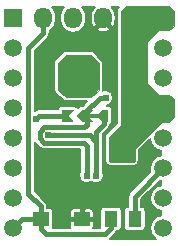
<source format=gtl>
G04 Layer: TopLayer*
G04 EasyEDA Pro v1.9.29, 2023-05-07 01:58:04*
G04 Gerber Generator version 0.3*
G04 Scale: 100 percent, Rotated: No, Reflected: No*
G04 Dimensions in millimeters*
G04 Leading zeros omitted, absolute positions, 3 integers and 3 decimals*
%FSLAX33Y33*%
%MOMM*%
%AMOval*1,1,$1,$2,$3*1,1,$1,$4,$5*20,1,$1,$2,$3,$4,$5,0*%
%AMPolygonMacro1*4,1,5,0.005363,-0.000003,0.5,-0.499999,-0.5,-0.499999,-0.5,0.499999,0.5,0.499999,0.005363,-0.000003,0*%
%AMPolygonMacro2*4,1,6,-0.75,0.0,-0.250001,-0.499999,0.75,-0.499999,0.249998,0.0,0.75,0.499999,-0.250001,0.499999,-0.75,0.0,0*%
%AMPolygonMacro3*4,1,5,-0.000001,0.499999,0.5,0.499999,0.5,-0.499999,-0.000001,-0.499999,-0.5,0.0,-0.000001,0.499999,0*%
%ADD999C,0.2032*%
%ADD10C,0.399999*%
%ADD11C,0.0254*%
%ADD12C,1.5*%
%ADD13R,1.5X1.5*%
%ADD14Oval,1.5X0.0X-0.15X0.0X0.15*%
%ADD15R,1.399997X1.199998*%
%ADD16R,1.1375X1.37701*%
%ADD17R,1.132535X1.37701*%
%ADD18PolygonMacro1*%
%ADD19PolygonMacro2*%
%ADD20PolygonMacro3*%
%ADD21C,0.650001*%
%ADD22C,0.610001*%
%ADD23C,0.299999*%
G75*


G04 Copper Start*
G36*
G01X12866Y1270D02*
G03X13353Y354I1104J0D01*
G01X9437D01*
G01X9454Y370D01*
G01X9957Y873D01*
G03X10058Y1012I-392J392D01*
G01X10131D01*
G03X10485Y1366I0J354D01*
G01Y2743D01*
G03X10131Y3097I-354J0D01*
G01X8999D01*
G03X8645Y2743I0J-354D01*
G01Y1366D01*
G03X8648Y1316I354J0D01*
G01X8067D01*
G03X8090Y1433I-281J116D01*
G01Y2633D01*
G03X7786Y2937I-304J0D01*
G01X6386D01*
G03X6082Y2633I0J-304D01*
G01Y1433D01*
G03X6105Y1316I304J0D01*
G01X4650D01*
G03X4670Y1433I-334J116D01*
G01Y2633D01*
G03X4316Y2987I-354J0D01*
G01X4170D01*
G01Y3115D01*
G03X4008Y3507I-554J0D01*
G01X3094Y4421D01*
G01Y8519D01*
G03X3117Y8495I415J367D01*
G01X3517Y8095D01*
G03X3909Y7932I392J392D01*
G01X6939D01*
G01Y6072D01*
G03X6834Y5715I554J-357D01*
G03X7493Y5056I659J0D01*
G03X7887Y5186I0J659D01*
G03X8300Y5041I413J514D01*
G03X8959Y5700I0J659D01*
G03X8854Y6057I-659J0D01*
G01Y8591D01*
G01Y9213D01*
G01X9341Y9700D01*
G03X9494Y9991I-392J392D01*
G03X9666Y10295I-182J304D01*
G01Y11295D01*
G03X9312Y11649I-354J0D01*
G01X9204D01*
G03X9759Y12300I-104J651D01*
G03X9100Y12959I-659J0D01*
G03X8845Y12908I0J-659D01*
G03X8858Y13002I-341J94D01*
G01Y15288D01*
G03X8754Y15538I-354J0D01*
G01X8119Y16173D01*
G03X7869Y16277I-250J-250D01*
G01X5710D01*
G03X5460Y16173I0J-354D01*
G01X4825Y15538D01*
G03X4721Y15288I250J-250D01*
G01Y13002D01*
G03X4825Y12752I354J0D01*
G01X5460Y12117D01*
G03X5710Y12013I250J250D01*
G01X7529D01*
G01X7165Y11649D01*
G01X7112D01*
G03X6862Y11545I0J-354D01*
G01X6741Y11425D01*
G03X6412Y11649I-329J-130D01*
G01X5412D01*
G03X5062Y11349I0J-354D01*
G01X3495D01*
G03X3103Y11187I0J-554D01*
G01X3094Y11178D01*
G01Y16280D01*
G01X4202Y17388D01*
G03X4364Y17780I-392J392D01*
G01Y17945D01*
G03X4914Y18900I-554J955D01*
G01Y19200D01*
G03X4605Y19966I-1104J0D01*
G01X5555D01*
G03X5246Y19200I795J-766D01*
G01Y18900D01*
G03X6350Y17796I1104J0D01*
G03X7454Y18900I0J1104D01*
G01Y19200D01*
G03X7145Y19966I-1104J0D01*
G01X8166D01*
G03X7836Y19200I724J-766D01*
G01Y18900D01*
G03X8890Y17846I1054J0D01*
G03X9944Y18900I0J1054D01*
G01Y19200D01*
G03X9614Y19966I-1054J0D01*
G01X10194D01*
G01X10164Y19935D01*
G03X10060Y19685I250J-250D01*
G01Y11811D01*
G01Y11049D01*
G01Y10180D01*
G01X9148Y9267D01*
G03X9044Y9017I250J-250D01*
G01Y6985D01*
G03X9148Y6735I354J0D01*
G01X9275Y6608D01*
G03X9525Y6504I250J250D01*
G01X11430D01*
G03X11680Y6608I0J354D01*
G01X11807Y6735D01*
G03X11911Y6985I-250J250D01*
G01Y7854D01*
G01X12869Y8812D01*
G03X13833Y7794I1101J78D01*
G01Y7446D01*
G03X12866Y6350I137J-1096D01*
G03X12903Y6067I1104J0D01*
G01X11165Y4329D01*
G03X11003Y3937I392J-392D01*
G01Y3097D01*
G01X10999D01*
G03X10645Y2743I0J-354D01*
G01Y1366D01*
G03X10999Y1012I354J0D01*
G01X12131D01*
G03X12485Y1366I0J354D01*
G01Y2743D01*
G03X12131Y3097I-354J0D01*
G01X12111D01*
G01Y3707D01*
G01X13687Y5283D01*
G03X13833Y5254I283J1067D01*
G01Y4906D01*
G03X12866Y3810I137J-1096D01*
G03X13833Y2714I1104J0D01*
G01Y2366D01*
G03X12866Y1270I137J-1096D01*
G37*
G54D999*
G01X12866Y1270D02*
G03X13353Y354I1104J0D01*
G01X9437D01*
G01X9454Y370D01*
G01X9957Y873D01*
G03X10058Y1012I-392J392D01*
G01X10131D01*
G03X10485Y1366I0J354D01*
G01Y2743D01*
G03X10131Y3097I-354J0D01*
G01X8999D01*
G03X8645Y2743I0J-354D01*
G01Y1366D01*
G03X8648Y1316I354J0D01*
G01X8067D01*
G03X8090Y1433I-281J116D01*
G01Y2633D01*
G03X7786Y2937I-304J0D01*
G01X6386D01*
G03X6082Y2633I0J-304D01*
G01Y1433D01*
G03X6105Y1316I304J0D01*
G01X4650D01*
G03X4670Y1433I-334J116D01*
G01Y2633D01*
G03X4316Y2987I-354J0D01*
G01X4170D01*
G01Y3115D01*
G03X4008Y3507I-554J0D01*
G01X3094Y4421D01*
G01Y8519D01*
G03X3117Y8495I415J367D01*
G01X3517Y8095D01*
G03X3909Y7932I392J392D01*
G01X6939D01*
G01Y6072D01*
G03X6834Y5715I554J-357D01*
G03X7493Y5056I659J0D01*
G03X7887Y5186I0J659D01*
G03X8300Y5041I413J514D01*
G03X8959Y5700I0J659D01*
G03X8854Y6057I-659J0D01*
G01Y8591D01*
G01Y9213D01*
G01X9341Y9700D01*
G03X9494Y9991I-392J392D01*
G03X9666Y10295I-182J304D01*
G01Y11295D01*
G03X9312Y11649I-354J0D01*
G01X9204D01*
G03X9759Y12300I-104J651D01*
G03X9100Y12959I-659J0D01*
G03X8845Y12908I0J-659D01*
G03X8858Y13002I-341J94D01*
G01Y15288D01*
G03X8754Y15538I-354J0D01*
G01X8119Y16173D01*
G03X7869Y16277I-250J-250D01*
G01X5710D01*
G03X5460Y16173I0J-354D01*
G01X4825Y15538D01*
G03X4721Y15288I250J-250D01*
G01Y13002D01*
G03X4825Y12752I354J0D01*
G01X5460Y12117D01*
G03X5710Y12013I250J250D01*
G01X7529D01*
G01X7165Y11649D01*
G01X7112D01*
G03X6862Y11545I0J-354D01*
G01X6741Y11425D01*
G03X6412Y11649I-329J-130D01*
G01X5412D01*
G03X5062Y11349I0J-354D01*
G01X3495D01*
G03X3103Y11187I0J-554D01*
G01X3094Y11178D01*
G01Y16280D01*
G01X4202Y17388D01*
G03X4364Y17780I-392J392D01*
G01Y17945D01*
G03X4914Y18900I-554J955D01*
G01Y19200D01*
G03X4605Y19966I-1104J0D01*
G01X5555D01*
G03X5246Y19200I795J-766D01*
G01Y18900D01*
G03X6350Y17796I1104J0D01*
G03X7454Y18900I0J1104D01*
G01Y19200D01*
G03X7145Y19966I-1104J0D01*
G01X8166D01*
G03X7836Y19200I724J-766D01*
G01Y18900D01*
G03X8890Y17846I1054J0D01*
G03X9944Y18900I0J1054D01*
G01Y19200D01*
G03X9614Y19966I-1054J0D01*
G01X10194D01*
G01X10164Y19935D01*
G03X10060Y19685I250J-250D01*
G01Y11811D01*
G01Y11049D01*
G01Y10180D01*
G01X9148Y9267D01*
G03X9044Y9017I250J-250D01*
G01Y6985D01*
G03X9148Y6735I354J0D01*
G01X9275Y6608D01*
G03X9525Y6504I250J250D01*
G01X11430D01*
G03X11680Y6608I0J354D01*
G01X11807Y6735D01*
G03X11911Y6985I-250J250D01*
G01Y7854D01*
G01X12869Y8812D01*
G03X13833Y7794I1101J78D01*
G01Y7446D01*
G03X12866Y6350I137J-1096D01*
G03X12903Y6067I1104J0D01*
G01X11165Y4329D01*
G03X11003Y3937I392J-392D01*
G01Y3097D01*
G01X10999D01*
G03X10645Y2743I0J-354D01*
G01Y1366D01*
G03X10999Y1012I354J0D01*
G01X12131D01*
G03X12485Y1366I0J354D01*
G01Y2743D01*
G03X12131Y3097I-354J0D01*
G01X12111D01*
G01Y3707D01*
G01X13687Y5283D01*
G03X13833Y5254I283J1067D01*
G01Y4906D01*
G03X12866Y3810I137J-1096D01*
G03X13833Y2714I1104J0D01*
G01Y2366D01*
G03X12866Y1270I137J-1096D01*
G54D10*
G01X8890Y18900D02*
G01X9565Y18225D01*
G01X8890Y18900D02*
G01X8215Y18225D01*
G01X7086Y2033D02*
G01X6181Y2033D01*
G01X7086Y2033D02*
G01X7991Y2033D01*
G01X7086Y2033D02*
G01X7086Y2838D01*
G04 Copper End*

G04 PolygonModel Start*
G36*
G01X10414Y11811D02*
G01X10414Y10033D01*
G01X9398Y9017D01*
G01Y6985D01*
G01X9525Y6858D01*
G01X11430D01*
G01X11557Y6985D01*
G01Y8001D01*
G01X13843Y10287D01*
G01X11938D01*
G01X10414Y11811D01*
G37*
G54D11*
G01X10414Y11811D02*
G01X10414Y10033D01*
G01X9398Y9017D01*
G01Y6985D01*
G01X9525Y6858D01*
G01X11430D01*
G01X11557Y6985D01*
G01Y8001D01*
G01X13843Y10287D01*
G01X11938D01*
G01X10414Y11811D01*
G36*
G01X5075Y15288D02*
G01X5710Y15923D01*
G01X7869D01*
G01X8504Y15288D01*
G01Y13002D01*
G01X7869Y12367D01*
G01X5710D01*
G01X5075Y13002D01*
G01Y15288D01*
G37*
G01X5075Y15288D02*
G01X5710Y15923D01*
G01X7869D01*
G01X8504Y15288D01*
G01Y13002D01*
G01X7869Y12367D01*
G01X5710D01*
G01X5075Y13002D01*
G01Y15288D01*
G36*
G01X14478Y18034D02*
G01X13589Y18034D01*
G01X12573Y17018D01*
G01Y13589D01*
G01X13589Y12573D01*
G01X14478D01*
G01X14859Y12192D01*
G01Y10668D01*
G01X14478Y10287D01*
G01X11176D01*
G01X10414Y11049D01*
G01Y19685D01*
G01X10795Y20066D01*
G01X14478D01*
G01X14859Y19685D01*
G01Y18415D01*
G01X14478Y18034D01*
G37*
G01X14478Y18034D02*
G01X13589Y18034D01*
G01X12573Y17018D01*
G01Y13589D01*
G01X13589Y12573D01*
G01X14478D01*
G01X14859Y12192D01*
G01Y10668D01*
G01X14478Y10287D01*
G01X11176D01*
G01X10414Y11049D01*
G01Y19685D01*
G01X10795Y20066D01*
G01X14478D01*
G01X14859Y19685D01*
G01Y18415D01*
G01X14478Y18034D01*
G04 PolygonModel End*

G04 Pad Start*
G54D12*
G01X13970Y13970D03*
G01X13970Y16510D03*
G01X13970Y19050D03*
G01X13970Y11430D03*
G01X13970Y8890D03*
G01X13970Y6350D03*
G01X13970Y3810D03*
G01X13970Y1270D03*
G01X1270Y1270D03*
G01X1270Y3810D03*
G01X1270Y6350D03*
G01X1270Y8890D03*
G01X1270Y11430D03*
G01X1270Y13970D03*
G01X1270Y16510D03*
G54D13*
G01X1270Y19050D03*
G54D14*
G01X11430Y19050D03*
G01X8890Y19050D03*
G01X6350Y19050D03*
G01X3810Y19050D03*
G54D15*
G01X7086Y2033D03*
G01X3616Y2033D03*
G54D17*
G01X11565Y2054D03*
G01X9565Y2054D03*
G54D18*
G01X5912Y10795D03*
G54D19*
G01X7362Y10795D03*
G54D20*
G01X8812Y10795D03*
G04 Pad End*

G04 Via Start*
G54D21*
G01X10432Y8006D03*
G54D22*
G01X7747Y14428D03*
G01X7747Y13793D03*
G01X7112Y15063D03*
G01X7112Y14428D03*
G01X7112Y13793D03*
G01X7112Y13158D03*
G01X6477Y13158D03*
G01X6477Y13793D03*
G01X6477Y14428D03*
G01X7747Y13158D03*
G01X7747Y15063D03*
G01X6477Y15063D03*
G01X10432Y8641D03*
G01X10432Y7371D03*
G01X11067Y8006D03*
G01X9797Y8006D03*
G01X11067Y7371D03*
G01X9797Y7371D03*
G01X11067Y8641D03*
G01X9797Y8641D03*
G01X5842Y13158D03*
G01X5842Y13793D03*
G01X5842Y14428D03*
G01X5842Y15063D03*
G01X8128Y3302D03*
G01X3200Y10500D03*
G01X8300Y5700D03*
G01X4191Y9144D03*
G01X7493Y5715D03*
G01X9100Y12300D03*
G04 Via End*

G04 Track Start*
G54D10*
G01X3616Y2033D02*
G01X3616Y3115D01*
G01X2540Y4191D01*
G01Y16510D01*
G01X3810Y17780D01*
G01Y19050D01*
G01X1270Y1270D02*
G01X2033Y2033D01*
G01X3616D01*
G01X11557Y1837D02*
G01X11557Y3937D01*
G01X13970Y6350D01*
G01X3616Y1184D02*
G01X3616Y2033D01*
G01X9565Y2054D02*
G01X9565Y1265D01*
G01X8300Y5700D02*
G01X8300Y8591D01*
G01X3509Y8887D02*
G01X3509Y9392D01*
G01X8128Y3302D02*
G01X7493Y3302D01*
G01X7086Y2895D01*
G01Y2033D01*
G01X9565Y1265D02*
G01X9062Y762D01*
G01X4038D01*
G01X3616Y1184D01*
G01X8812Y10795D02*
G01X8949Y10658D01*
G01Y10092D01*
G01X8300Y9443D01*
G01Y8591D01*
G01X4191Y9144D02*
G01X7747Y9144D01*
G01X8300Y8591D01*
G01X3909Y8487D02*
G01X3509Y8887D01*
G01X7261Y8487D02*
G01X3909Y8487D01*
G01X7493Y8255D02*
G01X7261Y8487D01*
G01X7493Y5715D02*
G01X7493Y8255D01*
G01X3509Y9392D02*
G01X3919Y9801D01*
G01X7261D01*
G01X7493Y10033D01*
G01Y10664D01*
G01X7362Y10795D01*
G01X9100Y12300D02*
G01X8600Y12300D01*
G01X3200Y10500D02*
G01X3495Y10795D01*
G01X5638Y10795D02*
G01X3495Y10795D01*
G01X5638Y10795D02*
G01X5661Y10818D01*
G01X8600Y12300D02*
G01X7362Y11062D01*
G01X7362Y10795D02*
G01X7362Y11062D01*
G54D23*
G01X8812Y10795D02*
G01X7362Y10795D01*
G04 Track End*

M02*

</source>
